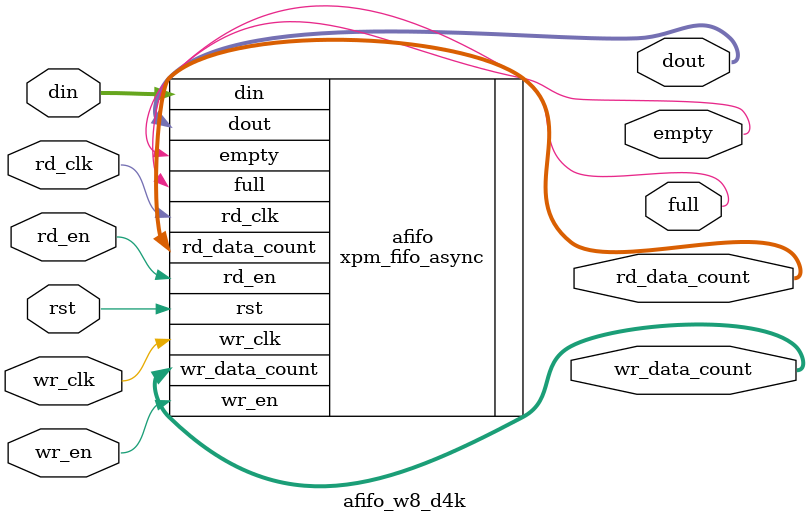
<source format=sv>
module afifo_w8_d4k (
    input  logic        rst,
    input  logic        wr_clk,
    input  logic        rd_clk,
    input  logic [7:0]  din,
    input  logic        wr_en,
    input  logic        rd_en,
    output logic [7:0]  dout,
    output logic        full,
    output logic        empty,
    output logic [11:0] rd_data_count,
    output logic [11:0] wr_data_count
);

xpm_fifo_async #(
    .FIFO_MEMORY_TYPE("auto"),
    .FIFO_WRITE_DEPTH(4096),
    .WRITE_DATA_WIDTH(8),
    .READ_DATA_WIDTH(8),
    .READ_MODE("std"),
    .ECC_MODE("no_ecc")
) afifo (
    .rst(rst),
    .wr_clk(wr_clk),
    .rd_clk(rd_clk),
    .din(din),
    .wr_en(wr_en),
    .rd_en(rd_en),
    .dout(dout),
    .full(full),
    .empty(empty),
    .rd_data_count(rd_data_count),
    .wr_data_count(wr_data_count)
);

endmodule


</source>
